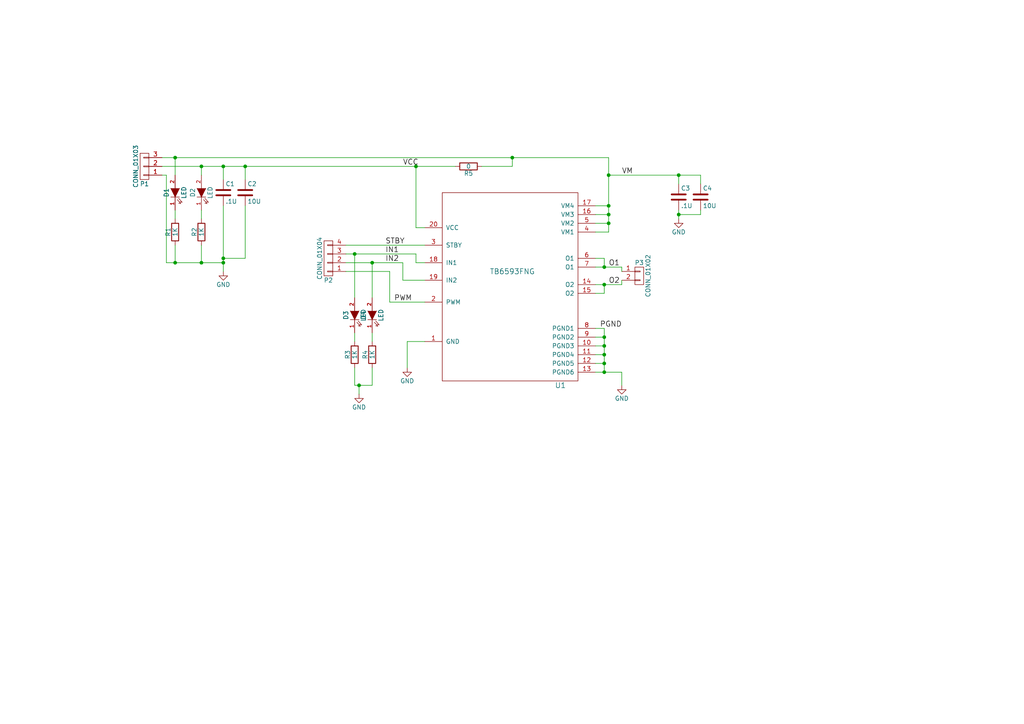
<source format=kicad_sch>
(kicad_sch (version 20230121) (generator eeschema)
  (paper "A4")
  (lib_symbols
    (symbol "GoGoGo-TB-rescue:C" (pin_numbers hide) (pin_names (offset 0.254))
      (property "Reference" "C" (at 0.635 2.54 0))
      (property "Value" "C" (at 0.635 -2.54 0))
      (symbol "C_0_1"
        (polyline (pts (xy -2.032 -0.762) (xy 2.032 -0.762)) (stroke (width 0.508)))
        (polyline (pts (xy -2.032 0.762) (xy 2.032 0.762)) (stroke (width 0.508)))
      )
      (symbol "C_1_1"
        (pin passive line (at 0 3.81 270) (length 2.794) (name "~") (number "1"))
        (pin passive line (at 0 -3.81 90) (length 2.794) (name "~") (number "2"))
      )
    )
    (symbol "GoGoGo-TB-rescue:CONN_01X02" (pin_names (offset 1.016) hide)
      (property "Reference" "P" (at 0 3.81 0))
      (property "Value" "CONN_01X02" (at 2.54 0 90))
      (symbol "CONN_01X02_0_1"
        (rectangle (start -1.27 -1.143) (end 0.254 -1.397))
        (rectangle (start -1.27 1.397) (end 0.254 1.143))
        (rectangle (start -1.27 2.54) (end 1.27 -2.54))
      )
      (symbol "CONN_01X02_1_1"
        (pin passive line (at -5.08 1.27 0) (length 3.81) (name "P1") (number "1"))
        (pin passive line (at -5.08 -1.27 0) (length 3.81) (name "P2") (number "2"))
      )
    )
    (symbol "GoGoGo-TB-rescue:CONN_01X03" (pin_names (offset 1.016) hide)
      (property "Reference" "P" (at 0 5.08 0))
      (property "Value" "CONN_01X03" (at 2.54 0 90))
      (symbol "CONN_01X03_0_1"
        (rectangle (start -1.27 -2.413) (end 0.254 -2.667))
        (rectangle (start -1.27 0.127) (end 0.254 -0.127))
        (rectangle (start -1.27 2.667) (end 0.254 2.413))
        (rectangle (start -1.27 3.81) (end 1.27 -3.81))
      )
      (symbol "CONN_01X03_1_1"
        (pin passive line (at -5.08 2.54 0) (length 3.81) (name "P1") (number "1"))
        (pin passive line (at -5.08 0 0) (length 3.81) (name "P2") (number "2"))
        (pin passive line (at -5.08 -2.54 0) (length 3.81) (name "P3") (number "3"))
      )
    )
    (symbol "GoGoGo-TB-rescue:CONN_01X04" (pin_names (offset 1.016) hide)
      (property "Reference" "P" (at 0 6.35 0))
      (property "Value" "CONN_01X04" (at 2.54 0 90))
      (symbol "CONN_01X04_0_1"
        (rectangle (start -1.27 -3.683) (end 0.254 -3.937))
        (rectangle (start -1.27 -1.143) (end 0.254 -1.397))
        (rectangle (start -1.27 1.397) (end 0.254 1.143))
        (rectangle (start -1.27 3.937) (end 0.254 3.683))
        (rectangle (start -1.27 5.08) (end 1.27 -5.08))
      )
      (symbol "CONN_01X04_1_1"
        (pin passive line (at -5.08 3.81 0) (length 3.81) (name "P1") (number "1"))
        (pin passive line (at -5.08 1.27 0) (length 3.81) (name "P2") (number "2"))
        (pin passive line (at -5.08 -1.27 0) (length 3.81) (name "P3") (number "3"))
        (pin passive line (at -5.08 -3.81 0) (length 3.81) (name "P4") (number "4"))
      )
    )
    (symbol "GoGoGo-TB-rescue:GND" (power) (pin_names (offset 0))
      (property "Value" "GND" (at 0 -3.81 0))
      (symbol "GND_0_1"
        (polyline (pts (xy 0 0) (xy 0 -1.27) (xy 1.27 -1.27) (xy 0 -2.54) (xy -1.27 -1.27) (xy 0 -1.27)))
      )
      (symbol "GND_1_1"
        (pin power_in line (at 0 0 270) (length 0) hide (name "GND") (number "1"))
      )
    )
    (symbol "GoGoGo-TB-rescue:LED" (pin_names (offset 1.016) hide)
      (property "Reference" "D" (at 0 2.54 0))
      (property "Value" "LED" (at 0 -2.54 0))
      (symbol "LED_0_1"
        (polyline (pts (xy -1.27 1.27) (xy -1.27 -1.27)))
        (polyline (pts (xy -2.032 -0.635) (xy -3.175 -1.651) (xy -3.048 -1.016)))
        (polyline (pts (xy -1.651 -1.016) (xy -2.794 -2.032) (xy -2.667 -1.397)))
        (polyline (pts (xy 1.27 1.27) (xy -1.27 0) (xy 1.27 -1.27)) (fill (type outline)))
      )
      (symbol "LED_1_1"
        (pin passive line (at -5.08 0 0) (length 3.81) (name "K") (number "1"))
        (pin passive line (at 5.08 0 180) (length 3.81) (name "A") (number "2"))
      )
    )
    (symbol "GoGoGo-TB-rescue:R" (pin_numbers hide) (pin_names (offset 0))
      (property "Reference" "R" (at 2.032 0 90))
      (property "Value" "R" (at 0 0 90))
      (symbol "R_0_1"
        (rectangle (start -1.016 -2.54) (end 1.016 2.54) (stroke (width 0.254)))
      )
      (symbol "R_1_1"
        (pin passive line (at 0 3.81 270) (length 1.27) (name "~") (number "1"))
        (pin passive line (at 0 -3.81 90) (length 1.27) (name "~") (number "2"))
      )
    )
    (symbol "GoGoGo:TB6593FNG" (pin_names (offset 1.016))
      (property "Reference" "U" (at 13.97 -29.21 0))
      (property "Value" "TB6593FNG" (at 0 3.81 0))
      (symbol "TB6593FNG_0_1"
        (rectangle (start -20.32 26.67) (end 19.05 -27.94))
      )
      (symbol "TB6593FNG_1_1"
        (pin input line (at -25.4 -16.51 0) (length 5.08) (name "GND") (number "1"))
        (pin input line (at 24.13 -17.78 180) (length 5.08) (name "PGND3") (number "10"))
        (pin input line (at 24.13 -20.32 180) (length 5.08) (name "PGND4") (number "11"))
        (pin input line (at 24.13 -22.86 180) (length 5.08) (name "PGND5") (number "12"))
        (pin input line (at 24.13 -25.4 180) (length 5.08) (name "PGND6") (number "13"))
        (pin input line (at 24.13 0 180) (length 5.08) (name "O2") (number "14"))
        (pin input line (at 24.13 -2.54 180) (length 5.08) (name "O2") (number "15"))
        (pin input line (at 24.13 20.32 180) (length 5.08) (name "VM3") (number "16"))
        (pin input line (at 24.13 22.86 180) (length 5.08) (name "VM4") (number "17"))
        (pin input line (at -25.4 6.35 0) (length 5.08) (name "IN1") (number "18"))
        (pin input line (at -25.4 1.27 0) (length 5.08) (name "IN2") (number "19"))
        (pin input line (at -25.4 -5.08 0) (length 5.08) (name "PWM") (number "2"))
        (pin input line (at -25.4 16.51 0) (length 5.08) (name "VCC") (number "20"))
        (pin input line (at -25.4 11.43 0) (length 5.08) (name "STBY") (number "3"))
        (pin input line (at 24.13 15.24 180) (length 5.08) (name "VM1") (number "4"))
        (pin input line (at 24.13 17.78 180) (length 5.08) (name "VM2") (number "5"))
        (pin input line (at 24.13 7.62 180) (length 5.08) (name "O1") (number "6"))
        (pin input line (at 24.13 5.08 180) (length 5.08) (name "O1") (number "7"))
        (pin input line (at 24.13 -12.7 180) (length 5.08) (name "PGND1") (number "8"))
        (pin input line (at 24.13 -15.24 180) (length 5.08) (name "PGND2") (number "9"))
      )
    )
  )
  (junction (at 64.77 74.93))
  (junction (at 64.77 76.2))
  (junction (at 176.53 59.69))
  (junction (at 175.26 97.79))
  (junction (at 104.14 111.76))
  (junction (at 148.59 45.72))
  (junction (at 196.85 62.23))
  (junction (at 64.77 48.26))
  (junction (at 120.65 48.26))
  (junction (at 176.53 50.8))
  (junction (at 175.26 100.33))
  (junction (at 175.26 77.47))
  (junction (at 71.12 48.26))
  (junction (at 175.26 82.55))
  (junction (at 176.53 62.23))
  (junction (at 50.8 76.2))
  (junction (at 175.26 107.95))
  (junction (at 175.26 105.41))
  (junction (at 107.95 76.2))
  (junction (at 175.26 102.87))
  (junction (at 196.85 50.8))
  (junction (at 50.8 45.72))
  (junction (at 102.87 73.66))
  (junction (at 176.53 64.77))
  (junction (at 58.42 48.26))
  (junction (at 58.42 76.2))
  (wire (pts (xy 172.72 64.77) (xy 176.53 64.77)))
  (wire (pts (xy 123.19 99.06) (xy 118.11 99.06)))
  (wire (pts (xy 118.11 99.06) (xy 118.11 106.68)))
  (wire (pts (xy 71.12 74.93) (xy 64.77 74.93)))
  (wire (pts (xy 176.53 67.31) (xy 172.72 67.31)))
  (wire (pts (xy 113.03 78.74) (xy 100.33 78.74)))
  (wire (pts (xy 107.95 106.68) (xy 107.95 111.76)))
  (wire (pts (xy 71.12 48.26) (xy 120.65 48.26)))
  (wire (pts (xy 180.34 77.47) (xy 180.34 78.74)))
  (wire (pts (xy 175.26 74.93) (xy 175.26 77.47)))
  (wire (pts (xy 175.26 100.33) (xy 175.26 102.87)))
  (wire (pts (xy 196.85 60.96) (xy 196.85 62.23)))
  (wire (pts (xy 175.26 105.41) (xy 172.72 105.41)))
  (wire (pts (xy 120.65 73.66) (xy 102.87 73.66)))
  (wire (pts (xy 102.87 73.66) (xy 102.87 86.36)))
  (wire (pts (xy 175.26 102.87) (xy 175.26 105.41)))
  (wire (pts (xy 50.8 76.2) (xy 48.26 76.2)))
  (wire (pts (xy 175.26 107.95) (xy 180.34 107.95)))
  (wire (pts (xy 64.77 76.2) (xy 64.77 78.74)))
  (wire (pts (xy 175.26 105.41) (xy 175.26 107.95)))
  (wire (pts (xy 123.19 76.2) (xy 120.65 76.2)))
  (wire (pts (xy 120.65 76.2) (xy 120.65 73.66)))
  (wire (pts (xy 46.99 45.72) (xy 50.8 45.72)))
  (wire (pts (xy 46.99 48.26) (xy 58.42 48.26)))
  (wire (pts (xy 176.53 64.77) (xy 176.53 67.31)))
  (wire (pts (xy 116.84 76.2) (xy 116.84 81.28)))
  (wire (pts (xy 176.53 50.8) (xy 176.53 59.69)))
  (wire (pts (xy 120.65 48.26) (xy 132.08 48.26)))
  (wire (pts (xy 148.59 48.26) (xy 148.59 45.72)))
  (wire (pts (xy 196.85 50.8) (xy 196.85 53.34)))
  (wire (pts (xy 120.65 66.04) (xy 123.19 66.04)))
  (wire (pts (xy 71.12 59.69) (xy 71.12 74.93)))
  (wire (pts (xy 175.26 77.47) (xy 180.34 77.47)))
  (wire (pts (xy 148.59 45.72) (xy 176.53 45.72)))
  (wire (pts (xy 107.95 76.2) (xy 107.95 86.36)))
  (wire (pts (xy 71.12 48.26) (xy 71.12 52.07)))
  (wire (pts (xy 175.26 97.79) (xy 175.26 100.33)))
  (wire (pts (xy 64.77 76.2) (xy 58.42 76.2)))
  (wire (pts (xy 64.77 59.69) (xy 64.77 74.93)))
  (wire (pts (xy 203.2 50.8) (xy 203.2 53.34)))
  (wire (pts (xy 172.72 95.25) (xy 175.26 95.25)))
  (wire (pts (xy 50.8 60.96) (xy 50.8 63.5)))
  (wire (pts (xy 172.72 97.79) (xy 175.26 97.79)))
  (wire (pts (xy 172.72 107.95) (xy 175.26 107.95)))
  (wire (pts (xy 48.26 76.2) (xy 48.26 50.8)))
  (wire (pts (xy 48.26 50.8) (xy 46.99 50.8)))
  (wire (pts (xy 172.72 74.93) (xy 175.26 74.93)))
  (wire (pts (xy 50.8 50.8) (xy 50.8 45.72)))
  (wire (pts (xy 172.72 59.69) (xy 176.53 59.69)))
  (wire (pts (xy 64.77 48.26) (xy 71.12 48.26)))
  (wire (pts (xy 58.42 63.5) (xy 58.42 60.96)))
  (wire (pts (xy 172.72 102.87) (xy 175.26 102.87)))
  (wire (pts (xy 175.26 85.09) (xy 175.26 82.55)))
  (wire (pts (xy 58.42 48.26) (xy 64.77 48.26)))
  (wire (pts (xy 196.85 50.8) (xy 203.2 50.8)))
  (wire (pts (xy 58.42 71.12) (xy 58.42 76.2)))
  (wire (pts (xy 203.2 60.96) (xy 203.2 62.23)))
  (wire (pts (xy 100.33 76.2) (xy 107.95 76.2)))
  (wire (pts (xy 64.77 48.26) (xy 64.77 52.07)))
  (wire (pts (xy 107.95 76.2) (xy 116.84 76.2)))
  (wire (pts (xy 107.95 111.76) (xy 104.14 111.76)))
  (wire (pts (xy 58.42 48.26) (xy 58.42 50.8)))
  (wire (pts (xy 116.84 81.28) (xy 123.19 81.28)))
  (wire (pts (xy 175.26 95.25) (xy 175.26 97.79)))
  (wire (pts (xy 176.53 59.69) (xy 176.53 62.23)))
  (wire (pts (xy 104.14 111.76) (xy 102.87 111.76)))
  (wire (pts (xy 172.72 82.55) (xy 175.26 82.55)))
  (wire (pts (xy 50.8 45.72) (xy 148.59 45.72)))
  (wire (pts (xy 107.95 99.06) (xy 107.95 96.52)))
  (wire (pts (xy 113.03 87.63) (xy 113.03 78.74)))
  (wire (pts (xy 104.14 114.3) (xy 104.14 111.76)))
  (wire (pts (xy 102.87 99.06) (xy 102.87 96.52)))
  (wire (pts (xy 123.19 87.63) (xy 113.03 87.63)))
  (wire (pts (xy 102.87 73.66) (xy 100.33 73.66)))
  (wire (pts (xy 196.85 62.23) (xy 196.85 63.5)))
  (wire (pts (xy 172.72 100.33) (xy 175.26 100.33)))
  (wire (pts (xy 176.53 62.23) (xy 176.53 64.77)))
  (wire (pts (xy 139.7 48.26) (xy 148.59 48.26)))
  (wire (pts (xy 120.65 48.26) (xy 120.65 66.04)))
  (wire (pts (xy 180.34 82.55) (xy 180.34 81.28)))
  (wire (pts (xy 172.72 62.23) (xy 176.53 62.23)))
  (wire (pts (xy 180.34 107.95) (xy 180.34 111.76)))
  (wire (pts (xy 176.53 45.72) (xy 176.53 50.8)))
  (wire (pts (xy 100.33 71.12) (xy 123.19 71.12)))
  (wire (pts (xy 58.42 76.2) (xy 50.8 76.2)))
  (wire (pts (xy 172.72 77.47) (xy 175.26 77.47)))
  (wire (pts (xy 172.72 85.09) (xy 175.26 85.09)))
  (wire (pts (xy 50.8 71.12) (xy 50.8 76.2)))
  (wire (pts (xy 176.53 50.8) (xy 196.85 50.8)))
  (wire (pts (xy 102.87 106.68) (xy 102.87 111.76)))
  (wire (pts (xy 175.26 82.55) (xy 180.34 82.55)))
  (wire (pts (xy 203.2 62.23) (xy 196.85 62.23)))
  (wire (pts (xy 64.77 74.93) (xy 64.77 76.2)))
  (label "O2" (at 176.53 82.55 0) (effects (font (size 1.524 1.524))))
  (label "PGND" (at 173.99 95.25 0) (effects (font (size 1.524 1.524))))
  (label "VM" (at 180.34 50.8 0) (effects (font (size 1.524 1.524))))
  (label "IN2" (at 111.76 76.2 0) (effects (font (size 1.524 1.524))))
  (label "O1" (at 176.53 77.47 0) (effects (font (size 1.524 1.524))))
  (label "STBY" (at 111.76 71.12 0) (effects (font (size 1.524 1.524))))
  (label "PWM" (at 114.3 87.63 0) (effects (font (size 1.524 1.524))))
  (label "VCC" (at 116.84 48.26 0) (effects (font (size 1.524 1.524))))
  (label "IN1" (at 111.76 73.66 0) (effects (font (size 1.524 1.524))))
  (symbol (lib_id "GoGoGo:TB6593FNG") (at 148.59 82.55 0) (unit 1)
    (property "Reference" "U1" (at 162.56 111.76 0) (effects (font (size 1.524 1.524))))
    (property "Value" "TB6593FNG" (at 148.59 78.74 0) (effects (font (size 1.524 1.524))))
    (property "Footprint" "SMD_Packages:SSOP-20" (effects hide))
    (property "MPN" "TB6593FNG" (effects hide))
    (property "Link" "http://parts.io/detail/1775277/TB6593FNG" (effects hide))
  )
  (symbol (lib_id "GoGoGo-TB-rescue:C") (at 64.77 55.88 0) (unit 1)
    (property "Reference" "C1" (at 65.405 53.34 0) (effects (justify left)))
    (property "Value" ".1U" (at 65.405 58.42 0) (effects (justify left)))
    (property "Footprint" "Capacitors_SMD:C_0805" (effects hide))
  )
  (symbol (lib_id "GoGoGo-TB-rescue:GND") (at 118.11 106.68 0) (unit 1)
    (property "Reference" "#PWR01" (effects hide))
    (property "Value" "GND" (at 118.11 110.49 0))
  )
  (symbol (lib_id "GoGoGo-TB-rescue:GND") (at 180.34 111.76 0) (unit 1)
    (property "Reference" "#PWR02" (effects hide))
    (property "Value" "GND" (at 180.34 115.57 0))
  )
  (symbol (lib_id "GoGoGo-TB-rescue:GND") (at 64.77 78.74 0) (unit 1)
    (property "Reference" "#PWR03" (effects hide))
    (property "Value" "GND" (at 64.77 82.55 0))
  )
  (symbol (lib_id "GoGoGo-TB-rescue:C") (at 71.12 55.88 0) (unit 1)
    (property "Reference" "C2" (at 71.755 53.34 0) (effects (justify left)))
    (property "Value" "10U" (at 71.755 58.42 0) (effects (justify left)))
    (property "Footprint" "Capacitors_SMD:C_1206" (effects hide))
  )
  (symbol (lib_id "GoGoGo-TB-rescue:C") (at 196.85 57.15 0) (unit 1)
    (property "Reference" "C3" (at 197.485 54.61 0) (effects (justify left)))
    (property "Value" ".1U" (at 197.485 59.69 0) (effects (justify left)))
    (property "Footprint" "Capacitors_SMD:C_0805" (effects hide))
  )
  (symbol (lib_id "GoGoGo-TB-rescue:GND") (at 196.85 63.5 0) (unit 1)
    (property "Reference" "#PWR04" (effects hide))
    (property "Value" "GND" (at 196.85 67.31 0))
  )
  (symbol (lib_id "GoGoGo-TB-rescue:C") (at 203.2 57.15 0) (unit 1)
    (property "Reference" "C4" (at 203.835 54.61 0) (effects (justify left)))
    (property "Value" "10U" (at 203.835 59.69 0) (effects (justify left)))
    (property "Footprint" "Capacitors_SMD:C_1206" (effects hide))
  )
  (symbol (lib_id "GoGoGo-TB-rescue:CONN_01X02") (at 185.42 80.01 0) (unit 1)
    (property "Reference" "P3" (at 185.42 76.2 0))
    (property "Value" "CONN_01X02" (at 187.96 80.01 90))
    (property "Footprint" "Pin_Headers:Pin_Header_Straight_1x02" (effects hide))
  )
  (symbol (lib_id "GoGoGo-TB-rescue:CONN_01X04") (at 95.25 74.93 180) (unit 1)
    (property "Reference" "P2" (at 95.25 81.28 0))
    (property "Value" "CONN_01X04" (at 92.71 74.93 90))
    (property "Footprint" "Pin_Headers:Pin_Header_Straight_1x04" (effects hide))
  )
  (symbol (lib_id "GoGoGo-TB-rescue:CONN_01X03") (at 41.91 48.26 180) (unit 1)
    (property "Reference" "P1" (at 41.91 53.34 0))
    (property "Value" "CONN_01X03" (at 39.37 48.26 90))
    (property "Footprint" "Pin_Headers:Pin_Header_Straight_1x03" (effects hide))
  )
  (symbol (lib_id "GoGoGo-TB-rescue:R") (at 135.89 48.26 270) (unit 1)
    (property "Reference" "R5" (at 135.89 50.292 90))
    (property "Value" "0" (at 135.89 48.26 90))
    (property "Footprint" "Resistors_SMD:R_0805_HandSoldering" (effects hide))
  )
  (symbol (lib_id "GoGoGo-TB-rescue:LED") (at 50.8 55.88 90) (unit 1)
    (property "Reference" "D1" (at 48.26 55.88 0))
    (property "Value" "LED" (at 53.34 55.88 0))
    (property "Footprint" "LEDs:LED-0805" (effects hide))
  )
  (symbol (lib_id "GoGoGo-TB-rescue:LED") (at 58.42 55.88 90) (unit 1)
    (property "Reference" "D2" (at 55.88 55.88 0))
    (property "Value" "LED" (at 60.96 55.88 0))
    (property "Footprint" "LEDs:LED-0805" (effects hide))
  )
  (symbol (lib_id "GoGoGo-TB-rescue:R") (at 50.8 67.31 180) (unit 1)
    (property "Reference" "R1" (at 48.768 67.31 90))
    (property "Value" "1K" (at 50.8 67.31 90))
    (property "Footprint" "Resistors_SMD:R_0805_HandSoldering" (effects hide))
  )
  (symbol (lib_id "GoGoGo-TB-rescue:R") (at 58.42 67.31 180) (unit 1)
    (property "Reference" "R2" (at 56.388 67.31 90))
    (property "Value" "1K" (at 58.42 67.31 90))
    (property "Footprint" "Resistors_SMD:R_0805_HandSoldering" (effects hide))
  )
  (symbol (lib_id "GoGoGo-TB-rescue:LED") (at 102.87 91.44 90) (unit 1)
    (property "Reference" "D3" (at 100.33 91.44 0))
    (property "Value" "LED" (at 105.41 91.44 0))
    (property "Footprint" "LEDs:LED-0805" (effects hide))
  )
  (symbol (lib_id "GoGoGo-TB-rescue:R") (at 102.87 102.87 180) (unit 1)
    (property "Reference" "R3" (at 100.838 102.87 90))
    (property "Value" "1K" (at 102.87 102.87 90))
    (property "Footprint" "Resistors_SMD:R_0805_HandSoldering" (effects hide))
  )
  (symbol (lib_id "GoGoGo-TB-rescue:LED") (at 107.95 91.44 90) (unit 1)
    (property "Reference" "D4" (at 105.41 91.44 0))
    (property "Value" "LED" (at 110.49 91.44 0))
    (property "Footprint" "LEDs:LED-0805" (effects hide))
  )
  (symbol (lib_id "GoGoGo-TB-rescue:R") (at 107.95 102.87 180) (unit 1)
    (property "Reference" "R4" (at 105.918 102.87 90))
    (property "Value" "1K" (at 107.95 102.87 90))
    (property "Footprint" "Resistors_SMD:R_0805_HandSoldering" (effects hide))
  )
  (symbol (lib_id "GoGoGo-TB-rescue:GND") (at 104.14 114.3 0) (unit 1)
    (property "Reference" "#PWR05" (effects hide))
    (property "Value" "GND" (at 104.14 118.11 0))
  )
)
</source>
